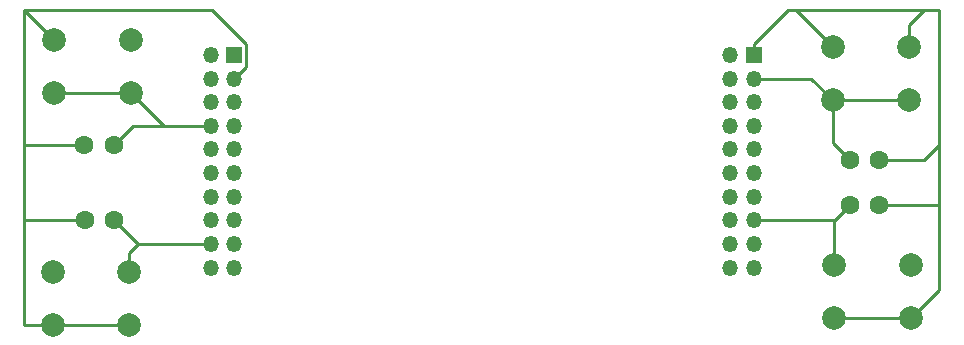
<source format=gbr>
G04 #@! TF.GenerationSoftware,KiCad,Pcbnew,5.1.5+dfsg1-2build2*
G04 #@! TF.CreationDate,2020-12-17T22:11:08-04:00*
G04 #@! TF.ProjectId,prototyping_buttons_daughterboard,70726f74-6f74-4797-9069-6e675f627574,rev?*
G04 #@! TF.SameCoordinates,Original*
G04 #@! TF.FileFunction,Copper,L1,Top*
G04 #@! TF.FilePolarity,Positive*
%FSLAX46Y46*%
G04 Gerber Fmt 4.6, Leading zero omitted, Abs format (unit mm)*
G04 Created by KiCad (PCBNEW 5.1.5+dfsg1-2build2) date 2020-12-17 22:11:08*
%MOMM*%
%LPD*%
G04 APERTURE LIST*
%ADD10C,2.000000*%
%ADD11O,1.350000X1.350000*%
%ADD12R,1.350000X1.350000*%
%ADD13C,1.600000*%
%ADD14C,0.250000*%
G04 APERTURE END LIST*
D10*
X143660000Y-71120000D03*
X143660000Y-75620000D03*
X137160000Y-71120000D03*
X137160000Y-75620000D03*
X137010000Y-57150000D03*
X137010000Y-52650000D03*
X143510000Y-57150000D03*
X143510000Y-52650000D03*
X70970000Y-76200000D03*
X70970000Y-71700000D03*
X77470000Y-76200000D03*
X77470000Y-71700000D03*
X77620000Y-52070000D03*
X77620000Y-56570000D03*
X71120000Y-52070000D03*
X71120000Y-56570000D03*
D11*
X128360000Y-71340000D03*
X130360000Y-71340000D03*
X128360000Y-69340000D03*
X130360000Y-69340000D03*
X128360000Y-67340000D03*
X130360000Y-67340000D03*
X128360000Y-65340000D03*
X130360000Y-65340000D03*
X128360000Y-63340000D03*
X130360000Y-63340000D03*
X128360000Y-61340000D03*
X130360000Y-61340000D03*
X128360000Y-59340000D03*
X130360000Y-59340000D03*
X128360000Y-57340000D03*
X130360000Y-57340000D03*
X128360000Y-55340000D03*
X130360000Y-55340000D03*
X128360000Y-53340000D03*
D12*
X130360000Y-53340000D03*
D11*
X84360000Y-71340000D03*
X86360000Y-71340000D03*
X84360000Y-69340000D03*
X86360000Y-69340000D03*
X84360000Y-67340000D03*
X86360000Y-67340000D03*
X84360000Y-65340000D03*
X86360000Y-65340000D03*
X84360000Y-63340000D03*
X86360000Y-63340000D03*
X84360000Y-61340000D03*
X86360000Y-61340000D03*
X84360000Y-59340000D03*
X86360000Y-59340000D03*
X84360000Y-57340000D03*
X86360000Y-57340000D03*
X84360000Y-55340000D03*
X86360000Y-55340000D03*
X84360000Y-53340000D03*
D12*
X86360000Y-53340000D03*
D13*
X140970000Y-66040000D03*
X138470000Y-66040000D03*
X138470000Y-62230000D03*
X140970000Y-62230000D03*
X73700000Y-67310000D03*
X76200000Y-67310000D03*
X76160000Y-60960000D03*
X73660000Y-60960000D03*
D14*
X80390000Y-59340000D02*
X77620000Y-56570000D01*
X77780000Y-59340000D02*
X76160000Y-60960000D01*
X80930000Y-59340000D02*
X77780000Y-59340000D01*
X84360000Y-59340000D02*
X80930000Y-59340000D01*
X80930000Y-59340000D02*
X80390000Y-59340000D01*
X77620000Y-56570000D02*
X71120000Y-56570000D01*
X70970000Y-76200000D02*
X68580000Y-76200000D01*
X68580000Y-49530000D02*
X84485002Y-49530000D01*
X87360001Y-54339999D02*
X86360000Y-55340000D01*
X87360001Y-52404999D02*
X87360001Y-54339999D01*
X84485002Y-49530000D02*
X87360001Y-52404999D01*
X73700000Y-67310000D02*
X68580000Y-67310000D01*
X73660000Y-60960000D02*
X68580000Y-60960000D01*
X68580000Y-60960000D02*
X68580000Y-49530000D01*
X68580000Y-76200000D02*
X68580000Y-60960000D01*
X71120000Y-52070000D02*
X68580000Y-49530000D01*
X77470000Y-76200000D02*
X70970000Y-76200000D01*
X78230000Y-69340000D02*
X76200000Y-67310000D01*
X84360000Y-69340000D02*
X78230000Y-69340000D01*
X77470000Y-70100000D02*
X78230000Y-69340000D01*
X77470000Y-71700000D02*
X77470000Y-70100000D01*
X135200000Y-55340000D02*
X137010000Y-57150000D01*
X130360000Y-55340000D02*
X135200000Y-55340000D01*
X137010000Y-57150000D02*
X143510000Y-57150000D01*
X137010000Y-60770000D02*
X138470000Y-62230000D01*
X137010000Y-57150000D02*
X137010000Y-60770000D01*
X146050000Y-73230000D02*
X143660000Y-75620000D01*
X133245000Y-49530000D02*
X146050000Y-49530000D01*
X130360000Y-52415000D02*
X133245000Y-49530000D01*
X130360000Y-53340000D02*
X130360000Y-52415000D01*
X144780000Y-62230000D02*
X146050000Y-60960000D01*
X140970000Y-62230000D02*
X144780000Y-62230000D01*
X146050000Y-60960000D02*
X146050000Y-73230000D01*
X146050000Y-49530000D02*
X146050000Y-60960000D01*
X143510000Y-52650000D02*
X143510000Y-50800000D01*
X143510000Y-50800000D02*
X144780000Y-49530000D01*
X137010000Y-52650000D02*
X133890000Y-49530000D01*
X140970000Y-66040000D02*
X146050000Y-66040000D01*
X137160000Y-75620000D02*
X143660000Y-75620000D01*
X137170000Y-67340000D02*
X138470000Y-66040000D01*
X130360000Y-67340000D02*
X137170000Y-67340000D01*
X137160000Y-71120000D02*
X137160000Y-67310000D01*
M02*

</source>
